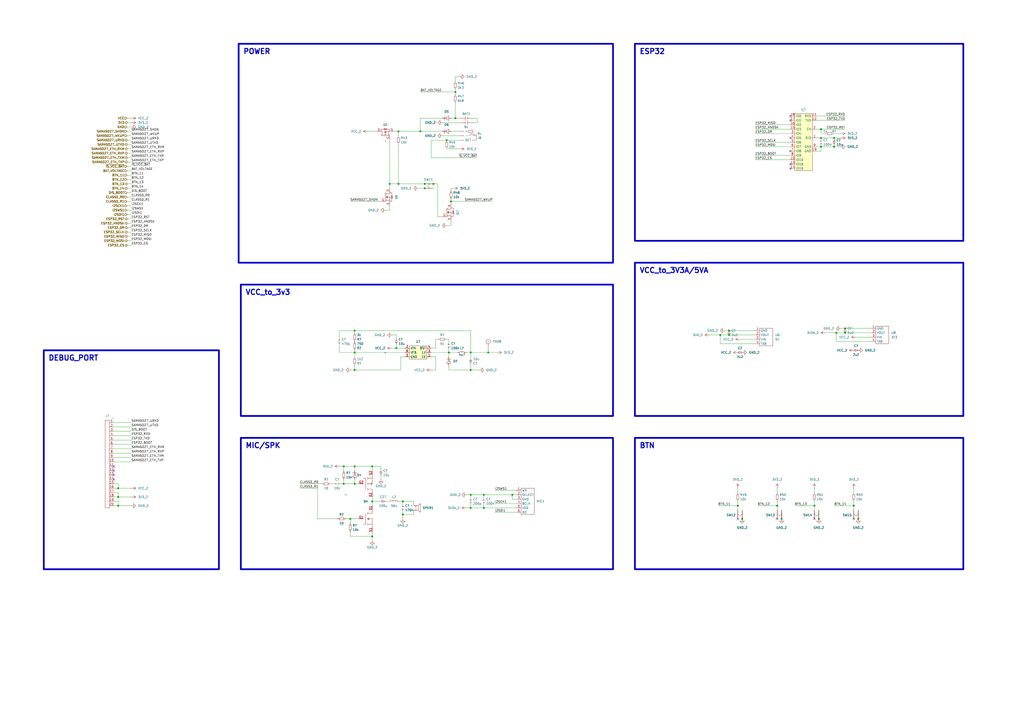
<source format=kicad_sch>
(kicad_sch (version 20230121) (generator eeschema)
  (paper "A2")
  (junction (at 231.14 76.2))
  (junction (at 205.74 191.77))
  (junction (at 229.87 201.93))
  (junction (at 199.39 280.67))
  (junction (at 68.58 293.37))
  (junction (at 422.91 194.31))
  (junction (at 233.68 298.45))
  (junction (at 215.9 270.51))
  (junction (at 260.35 204.47))
  (junction (at 427.99 293.37))
  (junction (at 483.87 85.09))
  (junction (at 246.38 106.68))
  (junction (at 280.67 294.64))
  (junction (at 474.98 300.99))
  (junction (at 430.53 300.99))
  (junction (at 251.46 106.68))
  (junction (at 205.74 270.51))
  (junction (at 280.67 287.02))
  (junction (at 259.08 81.28))
  (junction (at 68.58 283.21))
  (junction (at 472.44 293.37))
  (junction (at 450.85 293.37))
  (junction (at 273.05 294.64))
  (junction (at 199.39 270.51))
  (junction (at 273.05 287.02))
  (junction (at 476.25 85.09))
  (junction (at 273.05 204.47))
  (junction (at 495.3 293.37))
  (junction (at 297.18 287.02))
  (junction (at 233.68 290.83))
  (junction (at 215.9 290.83))
  (junction (at 483.87 80.01))
  (junction (at 264.16 53.34))
  (junction (at 476.25 80.01))
  (junction (at 497.84 300.99))
  (junction (at 261.62 116.84))
  (junction (at 243.84 76.2))
  (junction (at 205.74 280.67))
  (junction (at 422.91 191.77))
  (junction (at 273.05 214.63))
  (junction (at 203.2 300.99))
  (junction (at 226.06 106.68))
  (junction (at 246.38 109.22))
  (junction (at 417.83 194.31))
  (junction (at 231.14 106.68))
  (junction (at 476.25 74.93))
  (junction (at 264.16 68.58))
  (junction (at 205.74 214.63))
  (junction (at 68.58 288.29))
  (junction (at 283.21 204.47))
  (junction (at 453.39 300.99))
  (junction (at 205.74 204.47))
  (junction (at 490.22 190.5))
  (junction (at 490.22 193.04))
  (junction (at 485.14 193.04))
  (junction (at 215.9 311.15))
  (no_connect (at 458.47 67.31))
  (no_connect (at 458.47 69.85))
  (no_connect (at 472.44 300.99))
  (no_connect (at 427.99 300.99))
  (no_connect (at 66.04 275.59))
  (no_connect (at 458.47 95.25))
  (no_connect (at 495.3 300.99))
  (no_connect (at 66.04 278.13))
  (no_connect (at 66.04 273.05))
  (no_connect (at 450.85 300.99))
  (no_connect (at 66.04 270.51))
  (no_connect (at 458.47 80.01))
  (no_connect (at 458.47 87.63))
  (no_connect (at 458.47 97.79))
  (wire (pts (xy 73.66 76.2) (xy 76.2 76.2)))
  (wire (pts (xy 205.74 204.47) (xy 205.74 207.01)))
  (wire (pts (xy 473.71 74.93) (xy 476.25 74.93)))
  (wire (pts (xy 495.3 293.37) (xy 495.3 295.91)))
  (wire (pts (xy 274.32 68.58) (xy 276.86 68.58)))
  (wire (pts (xy 422.91 194.31) (xy 417.83 194.31)))
  (wire (pts (xy 473.71 67.31) (xy 490.22 67.31)))
  (wire (pts (xy 476.25 74.93) (xy 476.25 77.47)))
  (wire (pts (xy 73.66 134.62) (xy 76.2 134.62)))
  (wire (pts (xy 273.05 287.02) (xy 280.67 287.02)))
  (wire (pts (xy 487.68 77.47) (xy 483.87 77.47)))
  (wire (pts (xy 66.04 288.29) (xy 68.58 288.29)))
  (wire (pts (xy 260.35 204.47) (xy 260.35 207.01)))
  (wire (pts (xy 73.66 73.66) (xy 76.2 73.66)))
  (wire (pts (xy 264.16 59.69) (xy 264.16 68.58)))
  (wire (pts (xy 473.71 85.09) (xy 476.25 85.09)))
  (wire (pts (xy 66.04 293.37) (xy 68.58 293.37)))
  (wire (pts (xy 73.66 88.9) (xy 76.2 88.9)))
  (wire (pts (xy 280.67 292.1) (xy 280.67 294.64)))
  (wire (pts (xy 252.73 207.01) (xy 252.73 214.63)))
  (wire (pts (xy 73.66 68.58) (xy 76.2 68.58)))
  (wire (pts (xy 438.15 72.39) (xy 458.47 72.39)))
  (wire (pts (xy 487.68 190.5) (xy 490.22 190.5)))
  (wire (pts (xy 215.9 311.15) (xy 215.9 313.69)))
  (wire (pts (xy 273.05 214.63) (xy 260.35 214.63)))
  (wire (pts (xy 483.87 293.37) (xy 495.3 293.37)))
  (wire (pts (xy 223.52 121.92) (xy 226.06 121.92)))
  (wire (pts (xy 243.84 68.58) (xy 243.84 76.2)))
  (wire (pts (xy 429.26 196.85) (xy 438.15 196.85)))
  (wire (pts (xy 473.71 69.85) (xy 490.22 69.85)))
  (wire (pts (xy 215.9 290.83) (xy 220.98 290.83)))
  (wire (pts (xy 191.77 280.67) (xy 194.31 280.67)))
  (wire (pts (xy 173.99 280.67) (xy 186.69 280.67)))
  (wire (pts (xy 438.15 92.71) (xy 458.47 92.71)))
  (wire (pts (xy 261.62 109.22) (xy 262.89 109.22)))
  (wire (pts (xy 250.19 207.01) (xy 252.73 207.01)))
  (wire (pts (xy 199.39 280.67) (xy 205.74 280.67)))
  (wire (pts (xy 254 196.85) (xy 252.73 196.85)))
  (wire (pts (xy 73.66 96.52) (xy 76.2 96.52)))
  (wire (pts (xy 196.85 191.77) (xy 196.85 196.85)))
  (wire (pts (xy 73.66 121.92) (xy 76.2 121.92)))
  (wire (pts (xy 287.02 297.18) (xy 299.72 297.18)))
  (wire (pts (xy 231.14 106.68) (xy 246.38 106.68)))
  (wire (pts (xy 73.66 81.28) (xy 76.2 81.28)))
  (wire (pts (xy 483.87 80.01) (xy 487.68 80.01)))
  (wire (pts (xy 438.15 194.31) (xy 422.91 194.31)))
  (wire (pts (xy 280.67 294.64) (xy 299.72 294.64)))
  (wire (pts (xy 205.74 280.67) (xy 208.28 280.67)))
  (wire (pts (xy 270.51 287.02) (xy 273.05 287.02)))
  (wire (pts (xy 422.91 191.77) (xy 438.15 191.77)))
  (wire (pts (xy 438.15 90.17) (xy 458.47 90.17)))
  (wire (pts (xy 233.68 290.83) (xy 240.03 290.83)))
  (wire (pts (xy 66.04 260.35) (xy 76.2 260.35)))
  (wire (pts (xy 73.66 132.08) (xy 76.2 132.08)))
  (wire (pts (xy 243.84 76.2) (xy 256.54 76.2)))
  (wire (pts (xy 273.05 294.64) (xy 280.67 294.64)))
  (wire (pts (xy 226.06 81.28) (xy 226.06 106.68)))
  (wire (pts (xy 256.54 78.74) (xy 266.7 78.74)))
  (wire (pts (xy 283.21 204.47) (xy 288.29 204.47)))
  (wire (pts (xy 276.86 91.44) (xy 250.19 91.44)))
  (wire (pts (xy 68.58 293.37) (xy 76.2 293.37)))
  (wire (pts (xy 199.39 270.51) (xy 199.39 273.05)))
  (wire (pts (xy 196.85 270.51) (xy 199.39 270.51)))
  (wire (pts (xy 215.9 290.83) (xy 215.9 293.37)))
  (wire (pts (xy 264.16 53.34) (xy 264.16 54.61)))
  (wire (pts (xy 472.44 283.21) (xy 472.44 285.75)))
  (wire (pts (xy 438.15 82.55) (xy 458.47 82.55)))
  (wire (pts (xy 227.33 201.93) (xy 229.87 201.93)))
  (wire (pts (xy 485.14 198.12) (xy 505.46 198.12)))
  (wire (pts (xy 68.58 280.67) (xy 68.58 283.21)))
  (wire (pts (xy 232.41 207.01) (xy 232.41 214.63)))
  (wire (pts (xy 250.19 81.28) (xy 250.19 91.44)))
  (wire (pts (xy 205.74 191.77) (xy 196.85 191.77)))
  (wire (pts (xy 233.68 295.91) (xy 233.68 298.45)))
  (wire (pts (xy 280.67 287.02) (xy 297.18 287.02)))
  (wire (pts (xy 250.19 204.47) (xy 260.35 204.47)))
  (wire (pts (xy 490.22 193.04) (xy 485.14 193.04)))
  (wire (pts (xy 496.57 195.58) (xy 505.46 195.58)))
  (wire (pts (xy 495.3 283.21) (xy 495.3 285.75)))
  (wire (pts (xy 261.62 116.84) (xy 261.62 118.11)))
  (wire (pts (xy 199.39 278.13) (xy 199.39 280.67)))
  (wire (pts (xy 273.05 204.47) (xy 273.05 191.77)))
  (wire (pts (xy 273.05 287.02) (xy 273.05 289.56)))
  (wire (pts (xy 505.46 193.04) (xy 490.22 193.04)))
  (wire (pts (xy 203.2 311.15) (xy 215.9 311.15)))
  (wire (pts (xy 73.66 137.16) (xy 76.2 137.16)))
  (wire (pts (xy 231.14 76.2) (xy 228.6 76.2)))
  (wire (pts (xy 73.66 142.24) (xy 76.2 142.24)))
  (wire (pts (xy 483.87 83.82) (xy 483.87 85.09)))
  (wire (pts (xy 66.04 252.73) (xy 76.2 252.73)))
  (wire (pts (xy 252.73 196.85) (xy 252.73 201.93)))
  (wire (pts (xy 66.04 290.83) (xy 68.58 290.83)))
  (wire (pts (xy 232.41 207.01) (xy 234.95 207.01)))
  (wire (pts (xy 215.9 288.29) (xy 215.9 290.83)))
  (wire (pts (xy 478.79 77.47) (xy 476.25 77.47)))
  (wire (pts (xy 261.62 116.84) (xy 285.75 116.84)))
  (wire (pts (xy 66.04 283.21) (xy 68.58 283.21)))
  (wire (pts (xy 261.62 76.2) (xy 266.7 76.2)))
  (wire (pts (xy 273.05 204.47) (xy 273.05 208.28)))
  (wire (pts (xy 261.62 128.27) (xy 261.62 130.81)))
  (wire (pts (xy 252.73 201.93) (xy 250.19 201.93)))
  (wire (pts (xy 68.58 285.75) (xy 68.58 288.29)))
  (wire (pts (xy 497.84 295.91) (xy 497.84 300.99)))
  (wire (pts (xy 73.66 93.98) (xy 76.2 93.98)))
  (wire (pts (xy 240.03 290.83) (xy 240.03 293.37)))
  (wire (pts (xy 66.04 257.81) (xy 76.2 257.81)))
  (wire (pts (xy 73.66 119.38) (xy 76.2 119.38)))
  (wire (pts (xy 184.15 300.99) (xy 195.58 300.99)))
  (wire (pts (xy 490.22 190.5) (xy 505.46 190.5)))
  (wire (pts (xy 254 106.68) (xy 251.46 106.68)))
  (wire (pts (xy 226.06 119.38) (xy 226.06 121.92)))
  (wire (pts (xy 196.85 280.67) (xy 199.39 280.67)))
  (wire (pts (xy 417.83 194.31) (xy 417.83 199.39)))
  (wire (pts (xy 260.35 204.47) (xy 265.43 204.47)))
  (wire (pts (xy 260.35 201.93) (xy 260.35 204.47)))
  (wire (pts (xy 240.03 295.91) (xy 240.03 298.45)))
  (wire (pts (xy 278.13 214.63) (xy 273.05 214.63)))
  (wire (pts (xy 297.18 287.02) (xy 297.18 289.56)))
  (wire (pts (xy 73.66 106.68) (xy 76.2 106.68)))
  (wire (pts (xy 270.51 294.64) (xy 273.05 294.64)))
  (wire (pts (xy 461.01 293.37) (xy 472.44 293.37)))
  (wire (pts (xy 231.14 83.82) (xy 231.14 106.68)))
  (wire (pts (xy 215.9 270.51) (xy 220.98 270.51)))
  (wire (pts (xy 264.16 68.58) (xy 266.7 68.58)))
  (wire (pts (xy 260.35 199.39) (xy 260.35 196.85)))
  (wire (pts (xy 73.66 104.14) (xy 76.2 104.14)))
  (wire (pts (xy 483.87 85.09) (xy 487.68 85.09)))
  (wire (pts (xy 66.04 250.19) (xy 76.2 250.19)))
  (wire (pts (xy 439.42 293.37) (xy 450.85 293.37)))
  (wire (pts (xy 73.66 91.44) (xy 76.2 91.44)))
  (wire (pts (xy 280.67 287.02) (xy 280.67 289.56)))
  (wire (pts (xy 73.66 124.46) (xy 76.2 124.46)))
  (wire (pts (xy 199.39 270.51) (xy 205.74 270.51)))
  (wire (pts (xy 73.66 99.06) (xy 76.2 99.06)))
  (wire (pts (xy 273.05 204.47) (xy 283.21 204.47)))
  (wire (pts (xy 276.86 68.58) (xy 276.86 71.12)))
  (wire (pts (xy 427.99 293.37) (xy 427.99 295.91)))
  (wire (pts (xy 66.04 247.65) (xy 76.2 247.65)))
  (wire (pts (xy 264.16 44.45) (xy 264.16 46.99)))
  (wire (pts (xy 476.25 85.09) (xy 483.87 85.09)))
  (wire (pts (xy 242.57 109.22) (xy 246.38 109.22)))
  (wire (pts (xy 476.25 74.93) (xy 490.22 74.93)))
  (wire (pts (xy 473.71 80.01) (xy 476.25 80.01)))
  (wire (pts (xy 270.51 204.47) (xy 273.05 204.47)))
  (wire (pts (xy 229.87 194.31) (xy 229.87 196.85)))
  (wire (pts (xy 205.74 214.63) (xy 205.74 212.09)))
  (wire (pts (xy 259.08 81.28) (xy 250.19 81.28)))
  (wire (pts (xy 264.16 52.07) (xy 264.16 53.34)))
  (wire (pts (xy 203.2 300.99) (xy 203.2 303.53)))
  (wire (pts (xy 260.35 196.85) (xy 259.08 196.85)))
  (wire (pts (xy 203.2 116.84) (xy 220.98 116.84)))
  (wire (pts (xy 220.98 270.51) (xy 220.98 273.05)))
  (wire (pts (xy 196.85 204.47) (xy 205.74 204.47)))
  (wire (pts (xy 274.32 71.12) (xy 276.86 71.12)))
  (wire (pts (xy 246.38 106.68) (xy 251.46 106.68)))
  (wire (pts (xy 205.74 203.2) (xy 205.74 204.47)))
  (wire (pts (xy 483.87 80.01) (xy 483.87 81.28)))
  (wire (pts (xy 256.54 71.12) (xy 266.7 71.12)))
  (wire (pts (xy 438.15 77.47) (xy 458.47 77.47)))
  (wire (pts (xy 233.68 298.45) (xy 233.68 300.99)))
  (wire (pts (xy 68.58 288.29) (xy 76.2 288.29)))
  (wire (pts (xy 196.85 199.39) (xy 196.85 204.47)))
  (wire (pts (xy 66.04 280.67) (xy 68.58 280.67)))
  (wire (pts (xy 184.15 283.21) (xy 184.15 300.99)))
  (wire (pts (xy 450.85 290.83) (xy 450.85 293.37)))
  (wire (pts (xy 231.14 76.2) (xy 243.84 76.2)))
  (wire (pts (xy 261.62 109.22) (xy 261.62 110.49)))
  (wire (pts (xy 240.03 298.45) (xy 233.68 298.45)))
  (wire (pts (xy 73.66 116.84) (xy 76.2 116.84)))
  (wire (pts (xy 254 125.73) (xy 256.54 125.73)))
  (wire (pts (xy 474.98 295.91) (xy 474.98 300.99)))
  (wire (pts (xy 73.66 127) (xy 76.2 127)))
  (wire (pts (xy 229.87 201.93) (xy 234.95 201.93)))
  (wire (pts (xy 231.14 76.2) (xy 231.14 78.74)))
  (wire (pts (xy 450.85 293.37) (xy 450.85 295.91)))
  (wire (pts (xy 68.58 293.37) (xy 68.58 290.83)))
  (wire (pts (xy 287.02 284.48) (xy 299.72 284.48)))
  (wire (pts (xy 427.99 283.21) (xy 427.99 285.75)))
  (wire (pts (xy 273.05 214.63) (xy 273.05 210.82)))
  (wire (pts (xy 260.35 214.63) (xy 260.35 212.09)))
  (wire (pts (xy 297.18 287.02) (xy 299.72 287.02)))
  (wire (pts (xy 495.3 290.83) (xy 495.3 293.37)))
  (wire (pts (xy 246.38 109.22) (xy 251.46 109.22)))
  (wire (pts (xy 485.14 193.04) (xy 485.14 198.12)))
  (wire (pts (xy 215.9 308.61) (xy 215.9 311.15)))
  (wire (pts (xy 73.66 114.3) (xy 76.2 114.3)))
  (wire (pts (xy 205.74 204.47) (xy 234.95 204.47)))
  (wire (pts (xy 66.04 267.97) (xy 76.2 267.97)))
  (wire (pts (xy 252.73 214.63) (xy 250.19 214.63)))
  (wire (pts (xy 438.15 74.93) (xy 458.47 74.93)))
  (wire (pts (xy 297.18 289.56) (xy 299.72 289.56)))
  (wire (pts (xy 430.53 295.91) (xy 430.53 300.99)))
  (wire (pts (xy 259.08 130.81) (xy 261.62 130.81)))
  (wire (pts (xy 66.04 255.27) (xy 76.2 255.27)))
  (wire (pts (xy 453.39 295.91) (xy 453.39 300.99)))
  (wire (pts (xy 73.66 86.36) (xy 76.2 86.36)))
  (wire (pts (xy 66.04 245.11) (xy 76.2 245.11)))
  (wire (pts (xy 66.04 285.75) (xy 68.58 285.75)))
  (wire (pts (xy 73.66 139.7) (xy 76.2 139.7)))
  (wire (pts (xy 473.71 87.63) (xy 476.25 87.63)))
  (wire (pts (xy 259.08 86.36) (xy 266.7 86.36)))
  (wire (pts (xy 243.84 53.34) (xy 264.16 53.34)))
  (wire (pts (xy 173.99 283.21) (xy 184.15 283.21)))
  (wire (pts (xy 73.66 78.74) (xy 76.2 78.74)))
  (wire (pts (xy 411.48 194.31) (xy 417.83 194.31)))
  (wire (pts (xy 264.16 44.45) (xy 266.7 44.45)))
  (wire (pts (xy 233.68 290.83) (xy 233.68 293.37)))
  (wire (pts (xy 478.79 193.04) (xy 485.14 193.04)))
  (wire (pts (xy 229.87 201.93) (xy 229.87 199.39)))
  (wire (pts (xy 261.62 68.58) (xy 264.16 68.58)))
  (wire (pts (xy 476.25 80.01) (xy 483.87 80.01)))
  (wire (pts (xy 231.14 106.68) (xy 226.06 106.68)))
  (wire (pts (xy 223.52 290.83) (xy 226.06 290.83)))
  (wire (pts (xy 73.66 129.54) (xy 76.2 129.54)))
  (wire (pts (xy 73.66 109.22) (xy 76.2 109.22)))
  (wire (pts (xy 205.74 270.51) (xy 205.74 273.05)))
  (wire (pts (xy 254 106.68) (xy 254 125.73)))
  (wire (pts (xy 283.21 201.93) (xy 283.21 204.47)))
  (wire (pts (xy 416.56 293.37) (xy 427.99 293.37)))
  (wire (pts (xy 203.2 308.61) (xy 203.2 311.15)))
  (wire (pts (xy 438.15 85.09) (xy 458.47 85.09)))
  (wire (pts (xy 205.74 278.13) (xy 205.74 280.67)))
  (wire (pts (xy 66.04 265.43) (xy 76.2 265.43)))
  (wire (pts (xy 73.66 101.6) (xy 76.2 101.6)))
  (wire (pts (xy 273.05 191.77) (xy 205.74 191.77)))
  (wire (pts (xy 472.44 290.83) (xy 472.44 293.37)))
  (wire (pts (xy 273.05 292.1) (xy 273.05 294.64)))
  (wire (pts (xy 66.04 262.89) (xy 76.2 262.89)))
  (wire (pts (xy 73.66 83.82) (xy 76.2 83.82)))
  (wire (pts (xy 476.25 83.82) (xy 476.25 85.09)))
  (wire (pts (xy 450.85 283.21) (xy 450.85 285.75)))
  (wire (pts (xy 226.06 106.68) (xy 226.06 109.22)))
  (wire (pts (xy 215.9 270.51) (xy 215.9 273.05)))
  (wire (pts (xy 476.25 85.09) (xy 476.25 87.63)))
  (wire (pts (xy 203.2 300.99) (xy 208.28 300.99)))
  (wire (pts (xy 476.25 80.01) (xy 476.25 81.28)))
  (wire (pts (xy 420.37 191.77) (xy 422.91 191.77)))
  (wire (pts (xy 205.74 193.04) (xy 205.74 191.77)))
  (wire (pts (xy 227.33 194.31) (xy 229.87 194.31)))
  (wire (pts (xy 73.66 111.76) (xy 76.2 111.76)))
  (wire (pts (xy 200.66 300.99) (xy 203.2 300.99)))
  (wire (pts (xy 220.98 275.59) (xy 220.98 278.13)))
  (wire (pts (xy 205.74 214.63) (xy 232.41 214.63)))
  (wire (pts (xy 231.14 290.83) (xy 233.68 290.83)))
  (wire (pts (xy 287.02 292.1) (xy 299.72 292.1)))
  (wire (pts (xy 243.84 68.58) (xy 256.54 68.58)))
  (wire (pts (xy 218.44 76.2) (xy 213.36 76.2)))
  (wire (pts (xy 73.66 71.12) (xy 76.2 71.12)))
  (wire (pts (xy 203.2 214.63) (xy 205.74 214.63)))
  (wire (pts (xy 266.7 81.28) (xy 259.08 81.28)))
  (wire (pts (xy 427.99 290.83) (xy 427.99 293.37)))
  (wire (pts (xy 417.83 199.39) (xy 438.15 199.39)))
  (wire (pts (xy 205.74 270.51) (xy 215.9 270.51)))
  (wire (pts (xy 68.58 283.21) (xy 76.2 283.21)))
  (wire (pts (xy 472.44 293.37) (xy 472.44 295.91)))
  (wire (pts (xy 261.62 115.57) (xy 261.62 116.84)))
  (rectangle (start 139.7 254) (end 355.6 330.2) (stroke (width 1)))
  (rectangle (start 138.43 25.4) (end 355.6 152.4) (stroke (width 1)))
  (rectangle (start 368.3 254) (end 558.8 330.2) (stroke (width 1)))
  (rectangle (start 139.7 165.1) (end 355.6 241.3) (stroke (width 1)))
  (rectangle (start 368.3 25.4) (end 558.8 139.7) (stroke (width 1)))
  (rectangle (start 25.4 203.2) (end 127 330.2) (stroke (width 1)))
  (rectangle (start 368.3 152.4) (end 558.8 241.3) (stroke (width 1)))
  (text "MIC/SPK" (at 142.24 260.35 0) (effects (font (size 3 3) bold) (justify left bottom)))
  (text "POWER" (at 140.97 31.75 0) (effects (font (size 3 3) bold) (justify left bottom)))
  (text "DEBUG_PORT" (at 27.94 209.55 0) (effects (font (size 3 3) bold) (justify left bottom)))
  (text "ESP32" (at 370.84 31.75 0) (effects (font (size 3 3) bold) (justify left bottom)))
  (text "BTN" (at 370.84 260.35 0) (effects (font (size 3 3) bold) (justify left bottom)))
  (text "VCC_to_3V3A/5VA" (at 370.84 158.75 0) (effects (font (size 3 3) bold) (justify left bottom)))
  (text "VCC_to_3v3" (at 142.24 171.45 0) (effects (font (size 3 3) bold) (justify left bottom)))
  (label "~{IS_VCC_BAT}" (at 76.2 96.52 0))
  (label "ESP32_HNDSK" (at 76.2 129.54 0))
  (label "SAMA5D27_URXD" (at 76.2 81.28 0))
  (label "ESP32_RST" (at 76.2 127 0))
  (label "SAMA5D27_SHDN" (at 76.2 76.2 0))
  (label "SAMA5D27_UTXD" (at 76.2 83.82 0))
  (label "SAMA5D27_WKUP" (at 76.2 78.74 0))
  (label "BTN_14" (at 76.2 109.22 0))
  (label "I2SCK1" (at 76.2 119.38 0))
  (label "ESP32_SCLK" (at 76.2 134.62 0))
  (label "ESP32_HNDSK" (at 438.15 74.93 0))
  (label "CLASSD_R1" (at 173.99 283.21 0))
  (label "I2SDI1" (at 76.2 124.46 0))
  (label "ESP32_RST" (at 490.22 74.93 180))
  (label "ESP32_MOSI" (at 438.15 85.09 0))
  (label "I2SWS1" (at 287.02 284.48 0))
  (label "BTN_11" (at 416.56 293.37 0))
  (label "BAT_VOLTAGE" (at 76.2 99.06 0))
  (label "ESP32_DR" (at 438.15 77.47 0))
  (label "~{IS_VCC_BAT}" (at 276.86 91.44 180))
  (label "CLASSD_R0" (at 173.99 280.67 0))
  (label "ESP32_BOOT" (at 76.2 257.81 0))
  (label "BTN_13" (at 461.01 293.37 0))
  (label "ESP32_MISO" (at 76.2 137.16 0))
  (label "SAMA5D27_WKUP" (at 285.75 116.84 180))
  (label "SAMA5D27_URXD" (at 76.2 245.11 0))
  (label "SAMA5D27_ETH_TXP" (at 76.2 267.97 0))
  (label "I2SDI1" (at 287.02 297.18 0))
  (label "SAMA5D27_SHDN" (at 203.2 116.84 0))
  (label "SAMA5D27_UTXD" (at 76.2 247.65 0))
  (label "BTN_12" (at 439.42 293.37 0))
  (label "SAMA5D27_ETH_RXM" (at 76.2 260.35 0))
  (label "DIS_BOOT" (at 76.2 250.19 0))
  (label "BTN_14" (at 483.87 293.37 0))
  (label "ESP32_RXD" (at 490.22 67.31 180))
  (label "I2SCK1" (at 287.02 292.1 0))
  (label "ESP32_CS" (at 438.15 92.71 0))
  (label "SAMA5D27_ETH_TXM" (at 76.2 91.44 0))
  (label "SAMA5D27_ETH_RXP" (at 76.2 262.89 0))
  (label "ESP32_BOOT" (at 438.15 90.17 0))
  (label "ESP32_MISO" (at 438.15 72.39 0))
  (label "ESP32_SCLK" (at 438.15 82.55 0))
  (label "SAMA5D27_ETH_TXP" (at 76.2 93.98 0))
  (label "ESP32_RXD" (at 76.2 252.73 0))
  (label "BTN_13" (at 76.2 106.68 0))
  (label "ESP32_TXD" (at 490.22 69.85 180))
  (label "SAMA5D27_ETH_RXM" (at 76.2 86.36 0))
  (label "ESP32_MOSI" (at 76.2 139.7 0))
  (label "CLASSD_R0" (at 76.2 114.3 0))
  (label "SAMA5D27_ETH_TXM" (at 76.2 265.43 0))
  (label "SAMA5D27_ETH_RXP" (at 76.2 88.9 0))
  (label "DIS_BOOT" (at 76.2 111.76 0))
  (label "BTN_12" (at 76.2 104.14 0))
  (label "BTN_11" (at 76.2 101.6 0))
  (label "ESP32_CS" (at 76.2 142.24 0))
  (label "ESP32_TXD" (at 76.2 255.27 0))
  (label "CLASSD_R1" (at 76.2 116.84 0))
  (label "I2SWS1" (at 76.2 121.92 0))
  (label "BAT_VOLTAGE" (at 243.84 53.34 0))
  (label "ESP32_DR" (at 76.2 132.08 0))
  (hierarchical_label "ESP32_HNDSK" (shape output) (at 73.66 129.54 180) (effects (font bold)))
  (hierarchical_label "ESP32_RST" (shape output) (at 73.66 127 180) (effects (font bold)))
  (hierarchical_label "GND" (shape input) (at 73.66 73.66 180) (effects (font (thickness 0.254) bold)))
  (hierarchical_label "ESP32_CS" (shape output) (at 73.66 142.24 180) (effects (font bold)))
  (hierarchical_label "BAT_VOLTAGE" (shape input) (at 73.66 99.06 180) (effects (font bold)))
  (hierarchical_label "ESP32_SCLK" (shape output) (at 73.66 134.62 180) (effects (font bold)))
  (hierarchical_label "ESP32_DR" (shape output) (at 73.66 132.08 180) (effects (font bold)))
  (hierarchical_label "SAMA5D27_WKUP" (shape input) (at 73.66 78.74 180) (effects (font bold)))
  (hierarchical_label "3V3" (shape output) (at 73.66 71.12 180) (effects (font bold)))
  (hierarchical_label "SAMA5D27_ETH_RXP" (shape output) (at 73.66 88.9 180) (effects (font bold)))
  (hierarchical_label "I2SCK1" (shape input) (at 73.66 119.38 180) (effects (font bold)))
  (hierarchical_label "BTN_12" (shape input) (at 73.66 104.14 180) (effects (font bold)))
  (hierarchical_label "SAMA5D27_URXD" (shape output) (at 73.66 81.28 180) (effects (font bold)))
  (hierarchical_label "ESP32_MISO" (shape output) (at 73.66 137.16 180) (effects (font bold)))
  (hierarchical_label "SAMA5D27_UTXD" (shape output) (at 73.66 83.82 180) (effects (font bold)))
  (hierarchical_label "I2SWS1" (shape input) (at 73.66 121.92 180) (effects (font bold)))
  (hierarchical_label "I2SDI1" (shape input) (at 73.66 124.46 180) (effects (font bold)))
  (hierarchical_label "SAMA5D27_SHDN" (shape input) (at 73.66 76.2 180) (effects (font bold)))
  (hierarchical_label "DIS_BOOT" (shape input) (at 73.66 111.76 180) (effects (font bold)))
  (hierarchical_label "CLASSD_R0" (shape input) (at 73.66 114.3 180) (effects (font bold)))
  (hierarchical_label "BTN_14" (shape output) (at 73.66 109.22 180) (effects (font bold)))
  (hierarchical_label "CLASSD_R1" (shape input) (at 73.66 116.84 180) (effects (font bold)))
  (hierarchical_label "ESP32_MOSI" (shape output) (at 73.66 139.7 180) (effects (font bold)))
  (hierarchical_label "SAMA5D27_ETH_TXM" (shape output) (at 73.66 91.44 180) (effects (font bold)))
  (hierarchical_label "BTN_11" (shape input) (at 73.66 101.6 180) (effects (font bold)))
  (hierarchical_label "SAMA5D27_ETH_TXP" (shape output) (at 73.66 93.98 180) (effects (font bold)))
  (hierarchical_label "SAMA5D27_ETH_RXM" (shape output) (at 73.66 86.36 180) (effects (font bold)))
  (hierarchical_label "VCC" (shape input) (at 73.66 68.58 180) (effects (font (thickness 0.254) bold)))
  (hierarchical_label "~{IS_VCC_BAT}" (shape input) (at 73.66 96.52 180) (effects (font bold)))
  (hierarchical_label "BTN_13" (shape output) (at 73.66 106.68 180) (effects (font bold)))
  (symbol (lib_id "a5d27_handheld_console:C_Ceramic_2012") (at 195.58 280.67 180) (unit 1)
    (property "Reference" "C?" (at 195.58 278.13 0))
    (property "Value" "10n" (at 195.58 283.21 0))
    (property "Footprint" "a5d27_handheld_console:C_Ceramic_2012" (effects hide))
    (instances (project "a5d27_handheld_console_pcb" (path "" (reference "C?") (unit 1)) (path "" (reference "C24") (unit 1))))
  )
  (symbol (lib_id "a5d27_handheld_console:3V3_2") (at 487.68 80.01 270) (unit 1)
    (property "Reference" "#PWR0103" (effects hide))
    (property "Value" "3V3_2" (at 491.49 80.01 90) (effects (justify left)))
  )
  (symbol (lib_id "a5d27_handheld_console:3V3_2") (at 76.2 288.29 270) (mirror x) (unit 1)
    (property "Reference" "#PWR067" (effects hide))
    (property "Value" "3V3_2" (at 80.01 288.29 90) (effects (justify left)))
  )
  (symbol (lib_id "a5d27_handheld_console:R_2012") (at 481.33 78.74 180) (unit 1)
    (property "Reference" "R?" (at 483.87 76.2 0))
    (property "Value" "1k" (at 478.79 76.2 0))
    (property "Footprint" "a5d27_handheld_console:R_2012" (effects hide))
    (instances (project "a5d27_handheld_console_pcb" (path "" (reference "R?") (unit 1)) (path "" (reference "R52") (unit 1))))
  )
  (symbol (lib_id "a5d27_handheld_console:VCC_2") (at 429.26 196.85 90) (unit 1)
    (property "Reference" "#PWR094" (effects hide))
    (property "Value" "VCC_2" (at 425.45 196.85 90) (effects (justify left)))
  )
  (symbol (lib_id "a5d27_handheld_console:GND_2") (at 420.37 191.77 270) (unit 1)
    (property "Reference" "#PWR091" (effects hide))
    (property "Value" "GND_2" (at 416.56 191.77 90) (effects (justify right)))
  )
  (symbol (lib_id "a5d27_handheld_console:C_Tantalum_3216") (at 220.98 274.32 90) (mirror x) (unit 1)
    (property "Reference" "C?" (at 222.25 273.05 90) (effects (justify right)))
    (property "Value" "10u" (at 222.25 275.59 90) (effects (justify right)))
    (property "Footprint" "a5d27_handheld_console:C_Tantalum_3216" (effects hide))
    (instances (project "a5d27_handheld_console_pcb" (path "" (reference "C?") (unit 1)) (path "" (reference "C26") (unit 1))))
  )
  (symbol (lib_id "a5d27_handheld_console:C_Ceramic_2012") (at 233.68 294.64 270) (unit 1)
    (property "Reference" "C?" (at 234.95 293.37 90) (effects (justify left)))
    (property "Value" "470n" (at 234.95 295.91 90) (effects (justify left)))
    (property "Footprint" "a5d27_handheld_console:C_Ceramic_2012" (effects hide))
    (instances (project "a5d27_handheld_console_pcb" (path "" (reference "C?") (unit 1)) (path "" (reference "C29") (unit 1))))
  )
  (symbol (lib_id "a5d27_handheld_console:GND_2") (at 215.9 313.69 0) (unit 1)
    (property "Reference" "#PWR072" (effects hide))
    (property "Value" "GND_2" (at 215.9 317.5 0))
  )
  (symbol (lib_id "a5d27_handheld_console:EVQ-P7A01P") (at 452.12 298.45 270) (unit 1)
    (property "Reference" "SW13" (at 449.58 298.7675 90) (effects (justify right)))
    (property "Value" "~" (at 453.39 298.45 0))
    (property "Footprint" "a5d27_handheld_console:EVQ-P7A01P" (effects hide))
  )
  (symbol (lib_id "a5d27_handheld_console:R_2012") (at 496.57 288.29 270) (mirror x) (unit 1)
    (property "Reference" "R53" (at 496.57 287.02 90) (effects (justify left)))
    (property "Value" "10k" (at 496.57 289.56 90) (effects (justify left)))
    (property "Footprint" "a5d27_handheld_console:R_2012" (effects hide))
  )
  (symbol (lib_id "a5d27_handheld_console:CMS06") (at 205.74 275.59 90) (unit 1)
    (property "Reference" "D4" (at 207.01 275.59 90) (effects (justify right)))
    (property "Value" "~" (at 205.74 275.59 0))
    (property "Footprint" "a5d27_handheld_console:CMS06" (effects hide))
  )
  (symbol (lib_id "a5d27_handheld_console:EVQ-P7A01P") (at 496.57 298.45 270) (unit 1)
    (property "Reference" "SW15" (at 494.03 298.7675 90) (effects (justify right)))
    (property "Value" "~" (at 497.84 298.45 0))
    (property "Footprint" "a5d27_handheld_console:EVQ-P7A01P" (effects hide))
  )
  (symbol (lib_id "a5d27_handheld_console:BAT") (at 270.51 69.85 0) (unit 1)
    (property "Reference" "BAT1" (at 270.51 66.04 0))
    (property "Value" "8v" (at 270.51 73.66 0))
    (property "Footprint" "a5d27_handheld_console:BAT" (effects hide))
  )
  (symbol (lib_id "a5d27_handheld_console:R_2012") (at 204.47 200.66 90) (unit 1)
    (property "Reference" "R?" (at 208.28 201.93 90))
    (property "Value" "750" (at 207.01 199.39 90) (effects (justify right)))
    (property "Footprint" "a5d27_handheld_console:R_2012" (effects hide))
    (instances (project "a5d27_handheld_console_pcb" (path "" (reference "R?") (unit 1)) (path "" (reference "R40") (unit 1))))
  )
  (symbol (lib_id "a5d27_handheld_console:ES2DA-13-F") (at 259.08 76.2 0) (unit 1)
    (property "Reference" "D6" (at 259.08 72.39 0))
    (property "Value" "~" (at 259.08 76.2 0))
    (property "Footprint" "a5d27_handheld_console:ES2DA-13-F" (effects hide))
  )
  (symbol (lib_id "a5d27_handheld_console:VCC_2") (at 250.19 214.63 90) (unit 1)
    (property "Reference" "#PWR079" (effects hide))
    (property "Value" "VCC_2" (at 246.38 214.63 90) (effects (justify left)))
  )
  (symbol (lib_id "a5d27_handheld_console:VCC_2") (at 227.33 201.93 90) (unit 1)
    (property "Reference" "#PWR076" (effects hide))
    (property "Value" "VCC_2" (at 223.52 201.93 90) (effects (justify left)))
  )
  (symbol (lib_id "a5d27_handheld_console:1117") (at 444.5 195.58 0) (unit 1)
    (property "Reference" "U6" (at 449.58 194.31 0) (effects (justify left)))
    (property "Value" "5V" (at 449.58 196.85 0) (effects (justify left)))
    (property "Footprint" "a5d27_handheld_console:1117" (effects hide))
  )
  (symbol (lib_id "a5d27_handheld_console:GND_2") (at 227.33 194.31 270) (unit 1)
    (property "Reference" "#PWR075" (effects hide))
    (property "Value" "GND_2" (at 223.52 194.31 90) (effects (justify right)))
  )
  (symbol (lib_id "a5d27_handheld_console:R_2012") (at 429.26 288.29 270) (mirror x) (unit 1)
    (property "Reference" "R49" (at 429.26 287.02 90) (effects (justify left)))
    (property "Value" "10k" (at 429.26 289.56 90) (effects (justify left)))
    (property "Footprint" "a5d27_handheld_console:R_2012" (effects hide))
  )
  (symbol (lib_id "a5d27_handheld_console:EVQ-P7A01P") (at 473.71 298.45 270) (unit 1)
    (property "Reference" "SW14" (at 471.17 298.7675 90) (effects (justify right)))
    (property "Value" "~" (at 474.98 298.45 0))
    (property "Footprint" "a5d27_handheld_console:EVQ-P7A01P" (effects hide))
  )
  (symbol (lib_id "a5d27_handheld_console:P-FET") (at 223.52 76.2 270) (mirror x) (unit 1)
    (property "Reference" "Q5" (at 223.52 72.39 90))
    (property "Value" "~" (at 223.52 81.915 0))
    (property "Footprint" "a5d27_handheld_console:DMP3099L" (effects hide))
  )
  (symbol (lib_id "a5d27_handheld_console:GND_2") (at 76.2 73.66 90) (unit 1)
    (property "Reference" "#PWR065" (effects hide))
    (property "Value" "GND_2" (at 80.01 73.66 90) (effects (justify right)))
  )
  (symbol (lib_id "a5d27_handheld_console:3V3_2") (at 288.29 204.47 270) (unit 1)
    (property "Reference" "#PWR089" (effects hide))
    (property "Value" "3V3_2" (at 292.1 204.47 90) (effects (justify left)))
  )
  (symbol (lib_id "a5d27_handheld_console:3V3A_2") (at 270.51 294.64 90) (unit 1)
    (property "Reference" "#PWR087" (effects hide))
    (property "Value" "3V3A_2" (at 266.7 294.64 90) (effects (justify left)))
  )
  (symbol (lib_id "a5d27_handheld_console:R1240N001B") (at 242.57 204.47 0) (unit 1)
    (property "Reference" "U?" (at 242.57 198.12 0))
    (property "Value" "~" (at 223.52 204.47 0))
    (property "Footprint" "a5d27_handheld_console:R1240N001B" (effects hide))
    (instances (project "a5d27_handheld_console_pcb" (path "" (reference "U?") (unit 1)) (path "" (reference "U5") (unit 1))))
  )
  (symbol (lib_id "a5d27_handheld_console:C_Tantalum_3216") (at 483.87 82.55 90) (mirror x) (unit 1)
    (property "Reference" "C?" (at 485.14 81.28 90) (effects (justify right)))
    (property "Value" "10u" (at 485.14 83.82 90) (effects (justify right)))
    (property "Footprint" "a5d27_handheld_console:C_Tantalum_3216" (effects hide))
    (instances (project "a5d27_handheld_console_pcb" (path "" (reference "C?") (unit 1)) (path "" (reference "C37") (unit 1))))
  )
  (symbol (lib_id "a5d27_handheld_console:GND_2") (at 487.68 85.09 90) (unit 1)
    (property "Reference" "#PWR0104" (effects hide))
    (property "Value" "GND_2" (at 491.49 85.09 90) (effects (justify right)))
  )
  (symbol (lib_id "a5d27_handheld_console:R_2012") (at 204.47 195.58 90) (unit 1)
    (property "Reference" "R?" (at 208.28 196.85 90))
    (property "Value" "3k" (at 207.01 194.31 90) (effects (justify right)))
    (property "Footprint" "a5d27_handheld_console:R_2012" (effects hide))
    (instances (project "a5d27_handheld_console_pcb" (path "" (reference "R?") (unit 1)) (path "" (reference "R39") (unit 1))))
  )
  (symbol (lib_id "a5d27_handheld_console:VCC_2") (at 495.3 203.2 90) (unit 1)
    (property "Reference" "#PWR0106" (effects hide))
    (property "Value" "VCC_2" (at 491.49 203.2 90) (effects (justify left)))
  )
  (symbol (lib_id "a5d27_handheld_console:GND_2") (at 430.53 300.99 0) (unit 1)
    (property "Reference" "#PWR096" (effects hide))
    (property "Value" "GND_2" (at 430.53 306.07 0))
  )
  (symbol (lib_id "a5d27_handheld_console:CMS06") (at 260.35 209.55 90) (unit 1)
    (property "Reference" "D?" (at 262.89 209.55 90) (effects (justify right)))
    (property "Value" "~" (at 260.35 209.55 0))
    (property "Footprint" "a5d27_handheld_console:CMS06" (effects hide))
    (instances (project "a5d27_handheld_console_pcb" (path "" (reference "D?") (unit 1)) (path "" (reference "D7") (unit 1))))
  )
  (symbol (lib_id "a5d27_handheld_console:C_Ceramic_2012") (at 196.85 198.12 90) (unit 1)
    (property "Reference" "C?" (at 198.12 196.85 90) (effects (justify right)))
    (property "Value" "470p" (at 198.12 199.39 90) (effects (justify right)))
    (property "Footprint" "a5d27_handheld_console:C_Ceramic_2012" (effects hide))
    (instances (project "a5d27_handheld_console_pcb" (path "" (reference "C?") (unit 1)) (path "" (reference "C25") (unit 1))))
  )
  (symbol (lib_id "a5d27_handheld_console:GND_2") (at 497.84 300.99 0) (unit 1)
    (property "Reference" "#PWR0110" (effects hide))
    (property "Value" "GND_2" (at 497.84 306.07 0))
  )
  (symbol (lib_id "a5d27_handheld_console:SPH0645LM4H-B") (at 306.07 290.83 0) (unit 1)
    (property "Reference" "MIC1" (at 311.15 290.83 0) (effects (justify left)))
    (property "Value" "~" (at 299.72 284.48 0))
    (property "Footprint" "a5d27_handheld_console:SPH0645LM4H-B" (effects hide))
  )
  (symbol (lib_id "a5d27_handheld_console:GND_2") (at 76.2 293.37 90) (unit 1)
    (property "Reference" "#PWR068" (effects hide))
    (property "Value" "GND_2" (at 80.01 293.37 90) (effects (justify right)))
  )
  (symbol (lib_id "a5d27_handheld_console:GND_2") (at 259.08 130.81 270) (mirror x) (unit 1)
    (property "Reference" "#PWR082" (effects hide))
    (property "Value" "GND_2" (at 255.27 130.81 90) (effects (justify right)))
  )
  (symbol (lib_id "a5d27_handheld_console:C_Tantalum_3216") (at 429.26 204.47 0) (mirror x) (unit 1)
    (property "Reference" "C?" (at 429.26 201.93 0))
    (property "Value" "2u2" (at 429.26 207.01 0))
    (property "Footprint" "a5d27_handheld_console:C_Tantalum_3216" (effects hide))
    (instances (project "a5d27_handheld_console_pcb" (path "" (reference "C?") (unit 1)) (path "" (reference "C35") (unit 1))))
  )
  (symbol (lib_id "a5d27_handheld_console:ESP32-C3-WROOM-02") (at 466.09 82.55 0) (unit 1)
    (property "Reference" "U7" (at 466.09 63.5 0))
    (property "Value" "~" (at 466.09 64.77 0))
    (property "Footprint" "a5d27_handheld_console:ESP32-C3-WROOM-02" (effects hide))
  )
  (symbol (lib_id "a5d27_handheld_console:3V3_2") (at 487.68 77.47 270) (unit 1)
    (property "Reference" "#PWR0102" (effects hide))
    (property "Value" "3V3_2" (at 491.49 77.47 90) (effects (justify left)))
  )
  (symbol (lib_id "a5d27_handheld_console:R_2012") (at 262.89 57.15 90) (unit 1)
    (property "Reference" "R47" (at 265.43 55.88 90) (effects (justify right)))
    (property "Value" "6k8" (at 265.43 58.42 90) (effects (justify right)))
    (property "Footprint" "a5d27_handheld_console:R_2012" (effects hide))
  )
  (symbol (lib_id "a5d27_handheld_console:R_2012") (at 473.71 288.29 270) (mirror x) (unit 1)
    (property "Reference" "R51" (at 473.71 287.02 90) (effects (justify left)))
    (property "Value" "10k" (at 473.71 289.56 90) (effects (justify left)))
    (property "Footprint" "a5d27_handheld_console:R_2012" (effects hide))
  )
  (symbol (lib_id "a5d27_handheld_console:C_Tantalum_3216") (at 229.87 198.12 90) (unit 1)
    (property "Reference" "C?" (at 231.14 196.85 90) (effects (justify right)))
    (property "Value" "10u" (at 231.14 199.39 90) (effects (justify right)))
    (property "Footprint" "a5d27_handheld_console:C_Tantalum_3216" (effects hide))
    (instances (project "a5d27_handheld_console_pcb" (path "" (reference "C?") (unit 1)) (path "" (reference "C28") (unit 1))))
  )
  (symbol (lib_id "a5d27_handheld_console:R_2012") (at 257.81 83.82 90) (unit 1)
    (property "Reference" "R45" (at 260.35 82.55 90) (effects (justify right)))
    (property "Value" "10k" (at 260.35 85.09 90) (effects (justify right)))
    (property "Footprint" "a5d27_handheld_console:R_2012" (effects hide))
  )
  (symbol (lib_id "a5d27_handheld_console:R_2012") (at 262.89 49.53 90) (unit 1)
    (property "Reference" "R46" (at 265.43 48.26 90) (effects (justify right)))
    (property "Value" "3k3" (at 265.43 50.8 90) (effects (justify right)))
    (property "Footprint" "a5d27_handheld_console:R_2012" (effects hide))
  )
  (symbol (lib_id "a5d27_handheld_console:3V3A_2") (at 478.79 193.04 90) (unit 1)
    (property "Reference" "#PWR0101" (effects hide))
    (property "Value" "3V3A_2" (at 474.98 193.04 90) (effects (justify left)))
  )
  (symbol (lib_id "a5d27_handheld_console:EVQ-P7A01P") (at 248.92 107.95 180) (unit 1)
    (property "Reference" "SW11" (at 248.6025 104.14 0))
    (property "Value" "~" (at 248.92 109.22 0))
    (property "Footprint" "a5d27_handheld_console:EVQ-P7A01P" (effects hide))
  )
  (symbol (lib_id "a5d27_handheld_console:GND_2") (at 453.39 300.99 0) (unit 1)
    (property "Reference" "#PWR098" (effects hide))
    (property "Value" "GND_2" (at 453.39 306.07 0))
  )
  (symbol (lib_id "a5d27_handheld_console:C_Tantalum_3216") (at 496.57 203.2 0) (mirror x) (unit 1)
    (property "Reference" "C?" (at 496.57 200.66 0))
    (property "Value" "2u2" (at 496.57 205.74 0))
    (property "Footprint" "a5d27_handheld_console:C_Tantalum_3216" (effects hide))
    (instances (project "a5d27_handheld_console_pcb" (path "" (reference "C?") (unit 1)) (path "" (reference "C39") (unit 1))))
  )
  (symbol (lib_id "a5d27_handheld_console:VCC_2") (at 427.99 204.47 90) (unit 1)
    (property "Reference" "#PWR092" (effects hide))
    (property "Value" "VCC_2" (at 424.18 204.47 90) (effects (justify left)))
  )
  (symbol (lib_id "a5d27_handheld_console:3V3_2") (at 495.3 283.21 0) (unit 1)
    (property "Reference" "#PWR0107" (effects hide))
    (property "Value" "3V3_2" (at 495.3 278.13 0))
  )
  (symbol (lib_id "a5d27_handheld_console:GND_2") (at 497.84 203.2 90) (unit 1)
    (property "Reference" "#PWR0109" (effects hide))
    (property "Value" "GND_2" (at 501.65 203.2 90) (effects (justify right)))
  )
  (symbol (lib_id "a5d27_handheld_console:R_2012") (at 189.23 281.94 180) (unit 1)
    (property "Reference" "R?" (at 189.23 278.13 0))
    (property "Value" "10" (at 189.23 283.21 0))
    (property "Footprint" "a5d27_handheld_console:R_2012" (effects hide))
    (instances (project "a5d27_handheld_console_pcb" (path "" (reference "R?") (unit 1)) (path "" (reference "R36") (unit 1))))
  )
  (symbol (lib_id "a5d27_handheld_console:3V3_2") (at 450.85 283.21 0) (unit 1)
    (property "Reference" "#PWR097" (effects hide))
    (property "Value" "3V3_2" (at 450.85 278.13 0))
  )
  (symbol (lib_id "a5d27_handheld_console:VCC_2") (at 76.2 283.21 270) (mirror x) (unit 1)
    (property "Reference" "#PWR066" (effects hide))
    (property "Value" "VCC_2" (at 80.01 283.21 90) (effects (justify left)))
  )
  (symbol (lib_id "a5d27_handheld_console:SPEAKER") (at 242.57 294.64 0) (unit 1)
    (property "Reference" "SPKR1" (at 245.11 294.64 0) (effects (justify left)))
    (property "Value" "~" (at 238.76 293.37 0))
    (property "Footprint" "a5d27_handheld_console:SPEAKER" (effects hide))
  )
  (symbol (lib_id "a5d27_handheld_console:R_2012") (at 198.12 302.26 180) (unit 1)
    (property "Reference" "R?" (at 198.12 298.45 0))
    (property "Value" "10" (at 198.12 303.53 0))
    (property "Footprint" "a5d27_handheld_console:R_2012" (effects hide))
    (instances (project "a5d27_handheld_console_pcb" (path "" (reference "R?") (unit 1)) (path "" (reference "R37") (unit 1))))
  )
  (symbol (lib_id "a5d27_handheld_console:R_2012") (at 452.12 288.29 270) (mirror x) (unit 1)
    (property "Reference" "R50" (at 452.12 287.02 90) (effects (justify left)))
    (property "Value" "10k" (at 452.12 289.56 90) (effects (justify left)))
    (property "Footprint" "a5d27_handheld_console:R_2012" (effects hide))
  )
  (symbol (lib_id "a5d27_handheld_console:5VA_2") (at 196.85 270.51 90) (unit 1)
    (property "Reference" "#PWR069" (effects hide))
    (property "Value" "5VA_2" (at 193.04 270.51 90) (effects (justify left)))
  )
  (symbol (lib_id "a5d27_handheld_console:GND_2") (at 487.68 190.5 270) (unit 1)
    (property "Reference" "#PWR0105" (effects hide))
    (property "Value" "GND_2" (at 483.87 190.5 90) (effects (justify right)))
  )
  (symbol (lib_id "a5d27_handheld_console:DFE252012F-4R7M") (at 267.97 203.2 0) (unit 1)
    (property "Reference" "L?" (at 267.97 201.93 0))
    (property "Value" "4u7" (at 267.97 205.74 0))
    (property "Footprint" "a5d27_handheld_console:DFE252012F-4R7M" (effects hide))
    (instances (project "a5d27_handheld_console_pcb" (path "" (reference "L?") (unit 1)) (path "" (reference "L3") (unit 1))))
  )
  (symbol (lib_id "a5d27_handheld_console:R_2012") (at 204.47 209.55 90) (unit 1)
    (property "Reference" "R?" (at 208.28 210.82 90))
    (property "Value" "1k2" (at 207.01 208.28 90) (effects (justify right)))
    (property "Footprint" "a5d27_handheld_console:R_2012" (effects hide))
    (instances (project "a5d27_handheld_console_pcb" (path "" (reference "R?") (unit 1)) (path "" (reference "R41") (unit 1))))
  )
  (symbol (lib_id "a5d27_handheld_console:GND_2") (at 474.98 300.99 0) (unit 1)
    (property "Reference" "#PWR0100" (effects hide))
    (property "Value" "GND_2" (at 474.98 306.07 0))
  )
  (symbol (lib_id "a5d27_handheld_console:VCC_2") (at 76.2 68.58 270) (unit 1)
    (property "Reference" "#PWR063" (effects hide))
    (property "Value" "VCC_2" (at 80.01 68.58 90) (effects (justify left)))
  )
  (symbol (lib_id "a5d27_handheld_console:GND_2") (at 256.54 71.12 270) (unit 1)
    (property "Reference" "#PWR080" (effects hide))
    (property "Value" "GND_2" (at 252.73 71.12 90) (effects (justify right)))
  )
  (symbol (lib_id "a5d27_handheld_console:GND_2") (at 266.7 44.45 90) (unit 1)
    (property "Reference" "#PWR084" (effects hide))
    (property "Value" "GND_2" (at 270.51 44.45 90) (effects (justify right)))
  )
  (symbol (lib_id "a5d27_handheld_console:DC_JACK") (at 269.24 77.47 0) (unit 1)
    (property "Reference" "J8" (at 276.86 80.01 0) (effects (justify left)))
    (property "Value" "9v" (at 276.86 77.47 0) (effects (justify left)))
    (property "Footprint" "a5d27_handheld_console:DC_JACK" (effects hide))
  )
  (symbol (lib_id "a5d27_handheld_console:PAD") (at 283.21 198.12 90) (unit 1)
    (property "Reference" "PAD8" (at 285.75 198.12 90) (effects (justify right)))
    (property "Value" "~" (at 283.21 198.12 0))
    (property "Footprint" "a5d27_handheld_console:PAD" (effects hide))
    (instances (project "a5d27_handheld_console_pcb" (path "" (reference "PAD8") (unit 1)) (path "" (reference "PAD?") (unit 1))))
  )
  (symbol (lib_id "a5d27_handheld_console:GND_2") (at 242.57 109.22 270) (mirror x) (unit 1)
    (property "Reference" "#PWR078" (effects hide))
    (property "Value" "GND_2" (at 238.76 109.22 90) (effects (justify right)))
  )
  (symbol (lib_id "a5d27_handheld_console:GND_2") (at 270.51 287.02 270) (unit 1)
    (property "Reference" "#PWR086" (effects hide))
    (property "Value" "GND_2" (at 264.16 287.02 90))
  )
  (symbol (lib_id "a5d27_handheld_console:R_2012") (at 200.66 275.59 270) (unit 1)
    (property "Reference" "R?" (at 200.66 274.32 90) (effects (justify left)))
    (property "Value" "10k" (at 200.66 276.86 90) (effects (justify left)))
    (property "Footprint" "a5d27_handheld_console:R_2012" (effects hide))
    (instances (project "a5d27_handheld_console_pcb" (path "" (reference "R?") (unit 1)) (path "" (reference "R38") (unit 1))))
  )
  (symbol (lib_id "a5d27_handheld_console:CAP_6.3pix5.3mm") (at 222.25 290.83 0) (unit 1)
    (property "Reference" "C27" (at 222.25 288.29 0))
    (property "Value" "100u" (at 222.25 293.37 0))
    (property "Footprint" "a5d27_handheld_console:CAP_6.3pix5.3mm" (effects hide))
    (property "Datasheet" "https://www.devicemart.co.kr/goods/view?no=4249" (effects hide))
  )
  (symbol (lib_id "a5d27_handheld_console:C_Ceramic_2012") (at 260.35 200.66 90) (unit 1)
    (property "Reference" "C?" (at 261.62 199.39 90) (effects (justify right)))
    (property "Value" "100n" (at 261.62 201.93 90) (effects (justify right)))
    (property "Footprint" "a5d27_handheld_console:C_Ceramic_2012" (effects hide))
    (instances (project "a5d27_handheld_console_pcb" (path "" (reference "C?") (unit 1)) (path "" (reference "C30") (unit 1))))
  )
  (symbol (lib_id "a5d27_handheld_console:3V3_2") (at 76.2 71.12 270) (unit 1)
    (property "Reference" "#PWR064" (effects hide))
    (property "Value" "3V3_2" (at 80.01 71.12 90) (effects (justify left)))
  )
  (symbol (lib_id "a5d27_handheld_console:GND_2") (at 223.52 121.92 270) (mirror x) (unit 1)
    (property "Reference" "#PWR074" (effects hide))
    (property "Value" "GND_2" (at 219.71 121.92 90) (effects (justify right)))
  )
  (symbol (lib_id "a5d27_handheld_console:VCC_2") (at 213.36 76.2 90) (unit 1)
    (property "Reference" "#PWR071" (effects hide))
    (property "Value" "VCC_2" (at 209.55 76.2 90) (effects (justify left)))
  )
  (symbol (lib_id "a5d27_handheld_console:C_Tantalum_3216") (at 490.22 191.77 270) (mirror x) (unit 1)
    (property "Reference" "C?" (at 491.49 190.5 90) (effects (justify left)))
    (property "Value" "2u2" (at 491.49 193.04 90) (effects (justify left)))
    (property "Footprint" "a5d27_handheld_console:C_Tantalum_3216" (effects hide))
    (instances (project "a5d27_handheld_console_pcb" (path "" (reference "C?") (unit 1)) (path "" (reference "C38") (unit 1))))
  )
  (symbol (lib_id "a5d27_handheld_console:R_2012") (at 232.41 81.28 270) (mirror x) (unit 1)
    (property "Reference" "R43" (at 232.41 80.01 90) (effects (justify left)))
    (property "Value" "10k" (at 232.41 82.55 90) (effects (justify left)))
    (property "Footprint" "a5d27_handheld_console:R_2012" (effects hide))
  )
  (symbol (lib_id "a5d27_handheld_console:GND_2") (at 256.54 78.74 270) (unit 1)
    (property "Reference" "#PWR081" (effects hide))
    (property "Value" "GND_2" (at 252.73 78.74 90) (effects (justify right)))
  )
  (symbol (lib_id "a5d27_handheld_console:3V3_2") (at 262.89 109.22 270) (mirror x) (unit 1)
    (property "Reference" "#PWR083" (effects hide))
    (property "Value" "3V3_2" (at 266.7 109.22 90) (effects (justify left)))
  )
  (symbol (lib_id "a5d27_handheld_console:R_2012") (at 262.89 113.03 270) (mirror x) (unit 1)
    (property "Reference" "R48" (at 262.89 111.76 90) (effects (justify left)))
    (property "Value" "10k" (at 262.89 114.3 90) (effects (justify left)))
    (property "Footprint" "a5d27_handheld_console:R_2012" (effects hide))
  )
  (symbol (lib_id "a5d27_handheld_console:3V3_2") (at 472.44 283.21 0) (unit 1)
    (property "Reference" "#PWR099" (effects hide))
    (property "Value" "3V3_2" (at 472.44 278.13 0))
  )
  (symbol (lib_id "a5d27_handheld_console:R_2012") (at 204.47 306.07 270) (unit 1)
    (property "Reference" "R?" (at 204.47 304.8 90) (effects (justify left)))
    (property "Value" "10k" (at 204.47 307.34 90) (effects (justify left)))
    (property "Footprint" "a5d27_handheld_console:R_2012" (effects hide))
    (instances (project "a5d27_handheld_console_pcb" (path "" (reference "R?") (unit 1)) (path "" (reference "R42") (unit 1))))
  )
  (symbol (lib_id "a5d27_handheld_console:3V3_2") (at 427.99 283.21 0) (unit 1)
    (property "Reference" "#PWR093" (effects hide))
    (property "Value" "3V3_2" (at 427.99 278.13 0))
  )
  (symbol (lib_id "a5d27_handheld_console:C_Ceramic_2012") (at 280.67 290.83 270) (unit 1)
    (property "Reference" "C?" (at 281.94 289.56 90) (effects (justify left)))
    (property "Value" "100n" (at 281.94 292.1 90) (effects (justify left)))
    (property "Footprint" "a5d27_handheld_console:C_Ceramic_2012" (effects hide))
    (instances (project "a5d27_handheld_console_pcb" (path "" (reference "C?") (unit 1)) (path "" (reference "C33") (unit 1))))
  )
  (symbol (lib_id "a5d27_handheld_console:C_Ceramic_2012") (at 273.05 290.83 270) (unit 1)
    (property "Reference" "C?" (at 274.32 289.56 90) (effects (justify left)))
    (property "Value" "200p" (at 274.32 292.1 90) (effects (justify left)))
    (property "Footprint" "a5d27_handheld_console:C_Ceramic_2012" (effects hide))
    (instances (project "a5d27_handheld_console_pcb" (path "" (reference "C?") (unit 1)) (path "" (reference "C32") (unit 1))))
  )
  (symbol (lib_id "a5d27_handheld_console:DEBUG_PORT") (at 62.23 269.24 0) (mirror y) (unit 1)
    (property "Reference" "J7" (at 62.23 241.3 0))
    (property "Value" "~" (at 65.405 242.57 0))
    (property "Footprint" "a5d27_handheld_console:DEBUG_PORT" (effects hide))
  )
  (symbol (lib_id "a5d27_handheld_console:DMC2400UV") (at 200.66 287.02 0) (unit 1)
    (property "Reference" "Q4" (at 210.82 290.83 0) (effects (justify left)))
    (property "Value" "~" (at 200.66 287.02 0))
    (property "Footprint" "a5d27_handheld_console:DMC2400UV" (effects hide))
  )
  (symbol (lib_id "a5d27_handheld_console:GND_2") (at 220.98 278.13 0) (unit 1)
    (property "Reference" "#PWR073" (effects hide))
    (property "Value" "GND_2" (at 220.98 281.94 0))
  )
  (symbol (lib_id "a5d27_handheld_console:C_Tantalum_3216") (at 273.05 209.55 270) (unit 1)
    (property "Reference" "C?" (at 274.32 210.82 90) (effects (justify left)))
    (property "Value" "10u" (at 274.32 208.28 90) (effects (justify left)))
    (property "Footprint" "a5d27_handheld_console:C_Tantalum_3216" (effects hide))
    (instances (project "a5d27_handheld_console_pcb" (path "" (reference "C?") (unit 1)) (path "" (reference "C31") (unit 1))))
  )
  (symbol (lib_id "a5d27_handheld_console:GND_2") (at 233.68 300.99 0) (unit 1)
    (property "Reference" "#PWR077" (effects hide))
    (property "Value" "GND_2" (at 233.68 304.8 0))
  )
  (symbol (lib_id "a5d27_handheld_console:GND_2") (at 278.13 214.63 90) (unit 1)
    (property "Reference" "#PWR088" (effects hide))
    (property "Value" "GND_2" (at 281.94 214.63 90) (effects (justify right)))
  )
  (symbol (lib_id "a5d27_handheld_console:3V3_2") (at 266.7 86.36 270) (mirror x) (unit 1)
    (property "Reference" "#PWR085" (effects hide))
    (property "Value" "3V3_2" (at 270.51 86.36 90) (effects (justify left)))
  )
  (symbol (lib_id "a5d27_handheld_console:N-FET") (at 226.06 114.3 0) (unit 1)
    (property "Reference" "Q6" (at 229.87 114.3 90))
    (property "Value" "~" (at 226.06 114.3 0))
    (property "Footprint" "a5d27_handheld_console:N-FET" (effects hide))
  )
  (symbol (lib_id "a5d27_handheld_console:C_Ceramic_2012") (at 476.25 82.55 90) (unit 1)
    (property "Reference" "C?" (at 477.52 81.28 90) (effects (justify right)))
    (property "Value" "100n" (at 477.52 83.82 90) (effects (justify right)))
    (property "Footprint" "a5d27_handheld_console:C_Ceramic_2012" (effects hide))
    (instances (project "a5d27_handheld_console_pcb" (path "" (reference "C?") (unit 1)) (path "" (reference "C36") (unit 1))))
  )
  (symbol (lib_id "a5d27_handheld_console:LQH3NPH560MMEL") (at 228.6 290.83 0) (unit 1)
    (property "Reference" "L2" (at 228.6 288.29 0))
    (property "Value" "56u" (at 228.6 293.37 0))
    (property "Footprint" "a5d27_handheld_console:LQH3NPH560MMEL" (effects hide))
  )
  (symbol (lib_id "a5d27_handheld_console:VCC_2") (at 496.57 195.58 90) (unit 1)
    (property "Reference" "#PWR0108" (effects hide))
    (property "Value" "VCC_2" (at 492.76 195.58 90) (effects (justify left)))
  )
  (symbol (lib_id "a5d27_handheld_console:1117") (at 511.81 194.31 0) (unit 1)
    (property "Reference" "U8" (at 516.89 193.04 0) (effects (justify left)))
    (property "Value" "3V3" (at 516.89 195.58 0) (effects (justify left)))
    (property "Footprint" "a5d27_handheld_console:1117" (effects hide))
  )
  (symbol (lib_id "a5d27_handheld_console:GND_2") (at 430.53 204.47 90) (unit 1)
    (property "Reference" "#PWR095" (effects hide))
    (property "Value" "GND_2" (at 434.34 204.47 90) (effects (justify right)))
  )
  (symbol (lib_id "a5d27_handheld_console:5VA_2") (at 411.48 194.31 90) (unit 1)
    (property "Reference" "#PWR090" (effects hide))
    (property "Value" "5VA_2" (at 407.67 194.31 90) (effects (justify left)))
  )
  (symbol (lib_id "a5d27_handheld_console:C_Tantalum_3216") (at 422.91 193.04 270) (mirror x) (unit 1)
    (property "Reference" "C?" (at 424.18 191.77 90) (effects (justify left)))
    (property "Value" "2u2" (at 424.18 194.31 90) (effects (justify left)))
    (property "Footprint" "a5d27_handheld_console:C_Tantalum_3216" (effects hide))
    (instances (project "a5d27_handheld_console_pcb" (path "" (reference "C?") (unit 1)) (path "" (reference "C34") (unit 1))))
  )
  (symbol (lib_id "a5d27_handheld_console:N-FET") (at 261.62 123.19 0) (unit 1)
    (property "Reference" "Q7" (at 265.43 123.19 90))
    (property "Value" "~" (at 261.62 123.19 0))
    (property "Footprint" "a5d27_handheld_console:N-FET" (effects hide))
  )
  (symbol (lib_id "a5d27_handheld_console:ES2DA-13-F") (at 259.08 68.58 0) (unit 1)
    (property "Reference" "D5" (at 259.08 64.77 0))
    (property "Value" "~" (at 259.08 68.58 0))
    (property "Footprint" "a5d27_handheld_console:ES2DA-13-F" (effects hide))
  )
  (symbol (lib_id "a5d27_handheld_console:R_2012") (at 256.54 198.12 180) (unit 1)
    (property "Reference" "R?" (at 256.54 194.31 0))
    (property "Value" "51" (at 256.54 199.39 0))
    (property "Footprint" "a5d27_handheld_console:R_2012" (effects hide))
    (instances (project "a5d27_handheld_console_pcb" (path "" (reference "R?") (unit 1)) (path "" (reference "R44") (unit 1))))
  )
  (symbol (lib_id "a5d27_handheld_console:GND_2") (at 203.2 214.63 270) (unit 1)
    (property "Reference" "#PWR070" (effects hide))
    (property "Value" "GND_2" (at 199.39 214.63 90) (effects (justify right)))
  )
  (symbol (lib_id "a5d27_handheld_console:EVQ-P7A01P") (at 429.26 298.45 270) (unit 1)
    (property "Reference" "SW12" (at 426.72 298.7675 90) (effects (justify right)))
    (property "Value" "~" (at 430.53 298.45 0))
    (property "Footprint" "a5d27_handheld_console:EVQ-P7A01P" (effects hide))
  )
)
</source>
